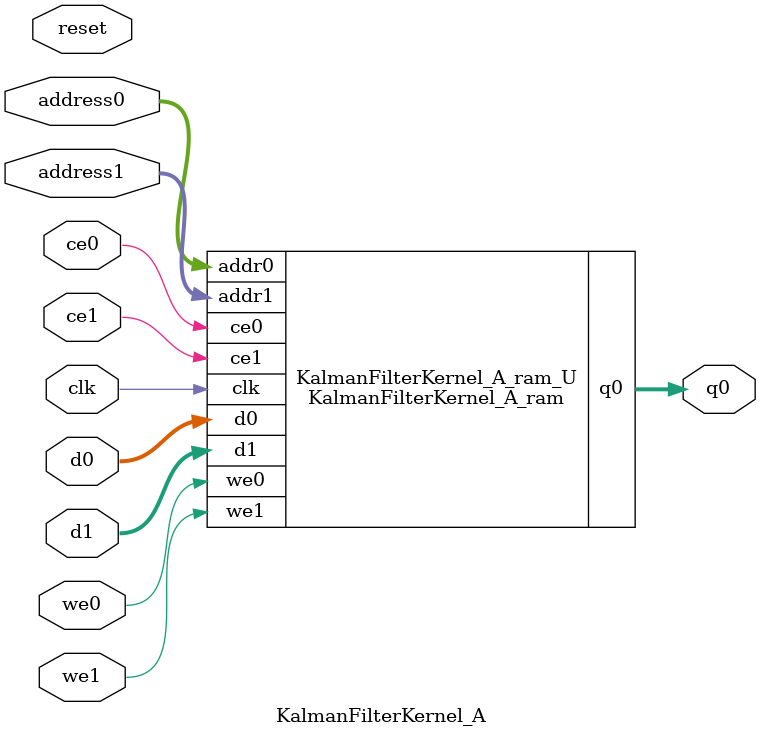
<source format=v>
`timescale 1 ns / 1 ps
module KalmanFilterKernel_A_ram (addr0, ce0, d0, we0, q0, addr1, ce1, d1, we1,  clk);

parameter DWIDTH = 32;
parameter AWIDTH = 6;
parameter MEM_SIZE = 36;

input[AWIDTH-1:0] addr0;
input ce0;
input[DWIDTH-1:0] d0;
input we0;
output reg[DWIDTH-1:0] q0;
input[AWIDTH-1:0] addr1;
input ce1;
input[DWIDTH-1:0] d1;
input we1;
input clk;

reg [DWIDTH-1:0] ram[0:MEM_SIZE-1];




always @(posedge clk)  
begin 
    if (ce0) begin
        if (we0) 
            ram[addr0] <= d0; 
        q0 <= ram[addr0];
    end
end


always @(posedge clk)  
begin 
    if (ce1) begin
        if (we1) 
            ram[addr1] <= d1; 
    end
end


endmodule

`timescale 1 ns / 1 ps
module KalmanFilterKernel_A(
    reset,
    clk,
    address0,
    ce0,
    we0,
    d0,
    q0,
    address1,
    ce1,
    we1,
    d1);

parameter DataWidth = 32'd32;
parameter AddressRange = 32'd36;
parameter AddressWidth = 32'd6;
input reset;
input clk;
input[AddressWidth - 1:0] address0;
input ce0;
input we0;
input[DataWidth - 1:0] d0;
output[DataWidth - 1:0] q0;
input[AddressWidth - 1:0] address1;
input ce1;
input we1;
input[DataWidth - 1:0] d1;



KalmanFilterKernel_A_ram KalmanFilterKernel_A_ram_U(
    .clk( clk ),
    .addr0( address0 ),
    .ce0( ce0 ),
    .we0( we0 ),
    .d0( d0 ),
    .q0( q0 ),
    .addr1( address1 ),
    .ce1( ce1 ),
    .we1( we1 ),
    .d1( d1 ));

endmodule


</source>
